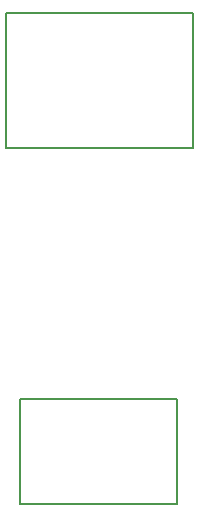
<source format=gbr>
%TF.GenerationSoftware,KiCad,Pcbnew,7.0.5*%
%TF.CreationDate,2023-11-13T21:41:30+01:00*%
%TF.ProjectId,atmega328p_dev_board,61746d65-6761-4333-9238-705f6465765f,rev?*%
%TF.SameCoordinates,Original*%
%TF.FileFunction,OtherDrawing,Comment*%
%FSLAX46Y46*%
G04 Gerber Fmt 4.6, Leading zero omitted, Abs format (unit mm)*
G04 Created by KiCad (PCBNEW 7.0.5) date 2023-11-13 21:41:30*
%MOMM*%
%LPD*%
G01*
G04 APERTURE LIST*
%ADD10C,0.150000*%
G04 APERTURE END LIST*
D10*
X102147800Y-95519200D02*
X102147800Y-86629200D01*
X115482800Y-95519200D02*
X102147800Y-95519200D01*
X102147800Y-86629200D02*
X115482800Y-86629200D01*
X100939800Y-65405200D02*
X100939800Y-53975200D01*
X115482800Y-86629200D02*
X115482800Y-95519200D01*
X116814800Y-53975200D02*
X116814800Y-65405200D01*
X100939800Y-53975200D02*
X116814800Y-53975200D01*
X116814800Y-65405200D02*
X100939800Y-65405200D01*
M02*

</source>
